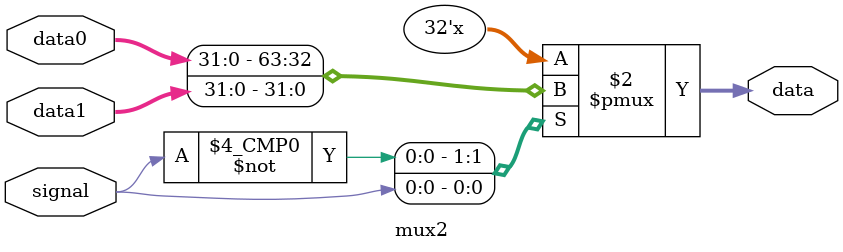
<source format=v>
module mux2(
    input [31:0] data0,
    input [31:0] data1,
    input wire  signal,
    output reg [31:0] data
);

always @(*) 
begin
    case(signal)
        1'b0:
            data = data0;
        1'b1:
            data = data1;
        default:
            data = 32'b0;
    endcase
end
endmodule
</source>
